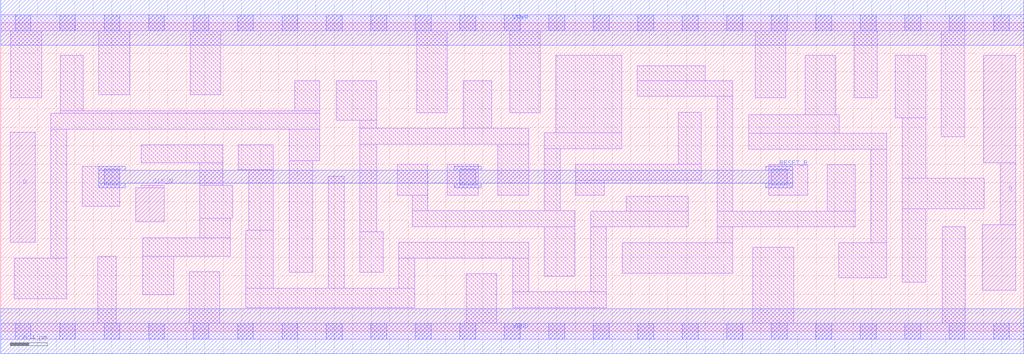
<source format=lef>
# Copyright 2020 The SkyWater PDK Authors
#
# Licensed under the Apache License, Version 2.0 (the "License");
# you may not use this file except in compliance with the License.
# You may obtain a copy of the License at
#
#     https://www.apache.org/licenses/LICENSE-2.0
#
# Unless required by applicable law or agreed to in writing, software
# distributed under the License is distributed on an "AS IS" BASIS,
# WITHOUT WARRANTIES OR CONDITIONS OF ANY KIND, either express or implied.
# See the License for the specific language governing permissions and
# limitations under the License.
#
# SPDX-License-Identifier: Apache-2.0

VERSION 5.7 ;
  NAMESCASESENSITIVE ON ;
  NOWIREEXTENSIONATPIN ON ;
  DIVIDERCHAR "/" ;
  BUSBITCHARS "[]" ;
UNITS
  DATABASE MICRONS 200 ;
END UNITS
MACRO sky130_fd_sc_ms__dfrtn_1
  CLASS CORE ;
  SOURCE USER ;
  FOREIGN sky130_fd_sc_ms__dfrtn_1 ;
  ORIGIN  0.000000  0.000000 ;
  SIZE  11.04000 BY  3.330000 ;
  SYMMETRY X Y R90 ;
  SITE unit ;
  PIN D
    ANTENNAGATEAREA  0.138600 ;
    DIRECTION INPUT ;
    USE SIGNAL ;
    PORT
      LAYER li1 ;
        RECT 0.105000 0.960000 0.370000 2.150000 ;
    END
  END D
  PIN Q
    ANTENNADIFFAREA  0.517000 ;
    DIRECTION OUTPUT ;
    USE SIGNAL ;
    PORT
      LAYER li1 ;
        RECT 10.590000 0.440000 10.955000 1.150000 ;
        RECT 10.605000 1.820000 10.955000 2.980000 ;
        RECT 10.785000 1.150000 10.955000 1.820000 ;
    END
  END Q
  PIN RESET_B
    ANTENNAGATEAREA  0.415800 ;
    DIRECTION INPUT ;
    USE SIGNAL ;
    PORT
      LAYER met1 ;
        RECT 1.055000 1.550000 1.345000 1.595000 ;
        RECT 1.055000 1.595000 8.545000 1.735000 ;
        RECT 1.055000 1.735000 1.345000 1.780000 ;
        RECT 4.895000 1.550000 5.185000 1.595000 ;
        RECT 4.895000 1.735000 5.185000 1.780000 ;
        RECT 8.255000 1.550000 8.545000 1.595000 ;
        RECT 8.255000 1.735000 8.545000 1.780000 ;
    END
  END RESET_B
  PIN CLK_N
    ANTENNAGATEAREA  0.291000 ;
    DIRECTION INPUT ;
    USE CLOCK ;
    PORT
      LAYER li1 ;
        RECT 1.455000 1.180000 1.765000 1.550000 ;
        RECT 1.515000 1.550000 1.765000 1.575000 ;
    END
  END CLK_N
  PIN VGND
    DIRECTION INOUT ;
    USE GROUND ;
    PORT
      LAYER met1 ;
        RECT 0.000000 -0.245000 11.040000 0.245000 ;
    END
  END VGND
  PIN VPWR
    DIRECTION INOUT ;
    USE POWER ;
    PORT
      LAYER met1 ;
        RECT 0.000000 3.085000 11.040000 3.575000 ;
    END
  END VPWR
  OBS
    LAYER li1 ;
      RECT  0.000000 -0.085000 11.040000 0.085000 ;
      RECT  0.000000  3.245000 11.040000 3.415000 ;
      RECT  0.110000  2.520000  0.440000 3.245000 ;
      RECT  0.145000  0.350000  0.710000 0.790000 ;
      RECT  0.540000  0.790000  0.710000 2.180000 ;
      RECT  0.540000  2.180000  3.440000 2.350000 ;
      RECT  0.640000  2.350000  3.440000 2.380000 ;
      RECT  0.640000  2.380000  0.890000 2.980000 ;
      RECT  0.880000  1.350000  1.285000 1.780000 ;
      RECT  1.045000  0.085000  1.245000 0.810000 ;
      RECT  1.060000  2.550000  1.390000 3.245000 ;
      RECT  1.515000  1.820000  2.395000 2.010000 ;
      RECT  1.530000  0.395000  1.865000 0.810000 ;
      RECT  1.530000  0.810000  2.475000 1.010000 ;
      RECT  2.035000  0.085000  2.365000 0.640000 ;
      RECT  2.045000  2.550000  2.375000 3.245000 ;
      RECT  2.145000  1.010000  2.475000 1.220000 ;
      RECT  2.145000  1.220000  2.505000 1.575000 ;
      RECT  2.145000  1.575000  2.395000 1.820000 ;
      RECT  2.565000  1.745000  2.940000 2.010000 ;
      RECT  2.645000  0.255000  4.465000 0.465000 ;
      RECT  2.645000  0.465000  2.940000 1.090000 ;
      RECT  2.675000  1.090000  2.940000 1.745000 ;
      RECT  3.115000  0.635000  3.365000 1.840000 ;
      RECT  3.115000  1.840000  3.440000 2.180000 ;
      RECT  3.170000  2.380000  3.440000 2.705000 ;
      RECT  3.535000  0.465000  3.705000 1.670000 ;
      RECT  3.620000  2.275000  4.055000 2.705000 ;
      RECT  3.875000  0.635000  4.125000 1.075000 ;
      RECT  3.875000  1.075000  4.055000 2.020000 ;
      RECT  3.875000  2.020000  5.695000 2.190000 ;
      RECT  3.875000  2.190000  4.055000 2.275000 ;
      RECT  4.280000  1.470000  4.610000 1.800000 ;
      RECT  4.295000  0.465000  4.465000 0.790000 ;
      RECT  4.295000  0.790000  5.695000 0.960000 ;
      RECT  4.440000  1.130000  6.195000 1.300000 ;
      RECT  4.440000  1.300000  4.610000 1.470000 ;
      RECT  4.490000  2.360000  4.820000 3.245000 ;
      RECT  4.820000  1.470000  5.155000 1.800000 ;
      RECT  4.990000  2.190000  5.300000 2.705000 ;
      RECT  5.025000  0.085000  5.355000 0.620000 ;
      RECT  5.365000  1.470000  5.695000 2.020000 ;
      RECT  5.490000  2.360000  5.820000 3.245000 ;
      RECT  5.525000  0.255000  6.535000 0.425000 ;
      RECT  5.525000  0.425000  5.695000 0.790000 ;
      RECT  5.865000  0.595000  6.195000 1.130000 ;
      RECT  5.865000  1.300000  6.035000 1.970000 ;
      RECT  5.865000  1.970000  6.700000 2.140000 ;
      RECT  5.990000  2.140000  6.700000 2.980000 ;
      RECT  6.205000  1.470000  6.510000 1.630000 ;
      RECT  6.205000  1.630000  7.560000 1.800000 ;
      RECT  6.365000  0.425000  6.535000 1.125000 ;
      RECT  6.365000  1.125000  7.420000 1.295000 ;
      RECT  6.705000  0.625000  7.900000 0.955000 ;
      RECT  6.750000  1.295000  7.420000 1.455000 ;
      RECT  6.870000  2.535000  7.900000 2.705000 ;
      RECT  6.870000  2.705000  7.600000 2.865000 ;
      RECT  7.310000  1.800000  7.560000 2.365000 ;
      RECT  7.730000  0.955000  7.900000 1.125000 ;
      RECT  7.730000  1.125000  9.220000 1.295000 ;
      RECT  7.730000  1.295000  7.900000 2.535000 ;
      RECT  8.070000  1.965000  9.560000 2.135000 ;
      RECT  8.070000  2.135000  9.050000 2.335000 ;
      RECT  8.115000  0.085000  8.555000 0.905000 ;
      RECT  8.140000  2.520000  8.470000 3.245000 ;
      RECT  8.285000  1.465000  8.710000 1.795000 ;
      RECT  8.680000  2.335000  9.010000 2.980000 ;
      RECT  8.920000  1.295000  9.220000 1.795000 ;
      RECT  9.045000  0.575000  9.560000 0.955000 ;
      RECT  9.210000  2.520000  9.460000 3.245000 ;
      RECT  9.390000  0.955000  9.560000 1.965000 ;
      RECT  9.650000  2.305000  9.980000 2.980000 ;
      RECT  9.730000  0.530000  9.980000 1.320000 ;
      RECT  9.730000  1.320000 10.615000 1.650000 ;
      RECT  9.730000  1.650000  9.980000 2.305000 ;
      RECT 10.150000  2.100000 10.400000 3.245000 ;
      RECT 10.160000  0.085000 10.410000 1.130000 ;
    LAYER mcon ;
      RECT  0.155000 -0.085000  0.325000 0.085000 ;
      RECT  0.155000  3.245000  0.325000 3.415000 ;
      RECT  0.635000 -0.085000  0.805000 0.085000 ;
      RECT  0.635000  3.245000  0.805000 3.415000 ;
      RECT  1.115000 -0.085000  1.285000 0.085000 ;
      RECT  1.115000  1.580000  1.285000 1.750000 ;
      RECT  1.115000  3.245000  1.285000 3.415000 ;
      RECT  1.595000 -0.085000  1.765000 0.085000 ;
      RECT  1.595000  3.245000  1.765000 3.415000 ;
      RECT  2.075000 -0.085000  2.245000 0.085000 ;
      RECT  2.075000  3.245000  2.245000 3.415000 ;
      RECT  2.555000 -0.085000  2.725000 0.085000 ;
      RECT  2.555000  3.245000  2.725000 3.415000 ;
      RECT  3.035000 -0.085000  3.205000 0.085000 ;
      RECT  3.035000  3.245000  3.205000 3.415000 ;
      RECT  3.515000 -0.085000  3.685000 0.085000 ;
      RECT  3.515000  3.245000  3.685000 3.415000 ;
      RECT  3.995000 -0.085000  4.165000 0.085000 ;
      RECT  3.995000  3.245000  4.165000 3.415000 ;
      RECT  4.475000 -0.085000  4.645000 0.085000 ;
      RECT  4.475000  3.245000  4.645000 3.415000 ;
      RECT  4.955000 -0.085000  5.125000 0.085000 ;
      RECT  4.955000  1.580000  5.125000 1.750000 ;
      RECT  4.955000  3.245000  5.125000 3.415000 ;
      RECT  5.435000 -0.085000  5.605000 0.085000 ;
      RECT  5.435000  3.245000  5.605000 3.415000 ;
      RECT  5.915000 -0.085000  6.085000 0.085000 ;
      RECT  5.915000  3.245000  6.085000 3.415000 ;
      RECT  6.395000 -0.085000  6.565000 0.085000 ;
      RECT  6.395000  3.245000  6.565000 3.415000 ;
      RECT  6.875000 -0.085000  7.045000 0.085000 ;
      RECT  6.875000  3.245000  7.045000 3.415000 ;
      RECT  7.355000 -0.085000  7.525000 0.085000 ;
      RECT  7.355000  3.245000  7.525000 3.415000 ;
      RECT  7.835000 -0.085000  8.005000 0.085000 ;
      RECT  7.835000  3.245000  8.005000 3.415000 ;
      RECT  8.315000 -0.085000  8.485000 0.085000 ;
      RECT  8.315000  1.580000  8.485000 1.750000 ;
      RECT  8.315000  3.245000  8.485000 3.415000 ;
      RECT  8.795000 -0.085000  8.965000 0.085000 ;
      RECT  8.795000  3.245000  8.965000 3.415000 ;
      RECT  9.275000 -0.085000  9.445000 0.085000 ;
      RECT  9.275000  3.245000  9.445000 3.415000 ;
      RECT  9.755000 -0.085000  9.925000 0.085000 ;
      RECT  9.755000  3.245000  9.925000 3.415000 ;
      RECT 10.235000 -0.085000 10.405000 0.085000 ;
      RECT 10.235000  3.245000 10.405000 3.415000 ;
      RECT 10.715000 -0.085000 10.885000 0.085000 ;
      RECT 10.715000  3.245000 10.885000 3.415000 ;
  END
END sky130_fd_sc_ms__dfrtn_1
END LIBRARY

</source>
